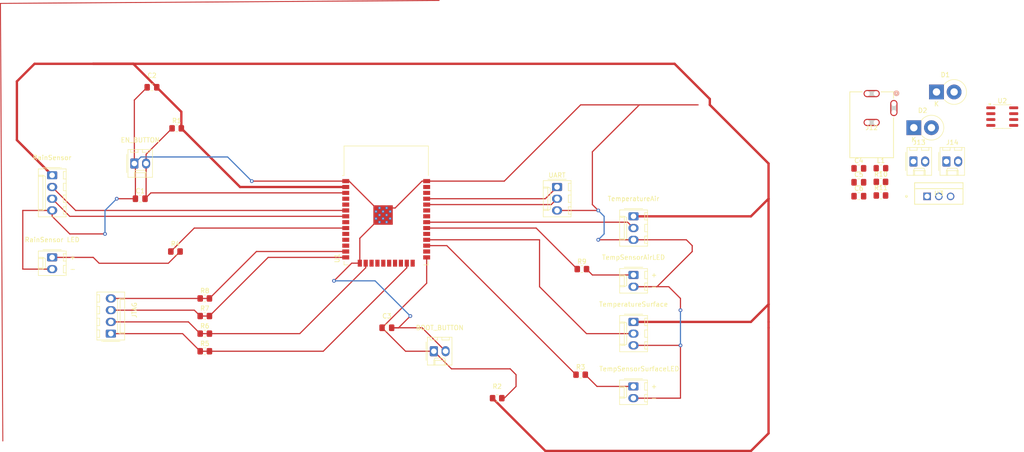
<source format=kicad_pcb>
(kicad_pcb (version 20240108) (generator "pcbnew") (generator_version "8.0")
  (layers (0 "F.Cu" signal) (31 "B.Cu" signal) (34 "B.Paste" user) (35 "F.Paste" user) (36 "B.SilkS" user "B.Silkscreen") (37 "F.SilkS" user "F.Silkscreen") (38 "B.Mask" user) (39 "F.Mask" user) (44 "Edge.Cuts" user))
  (net 0 "")
  (net 1 "GND")
  (net 2 "/EN")
  (net 3 "+3.3V")
  (net 4 "/BOOT")
  (net 5 "/TX")
  (net 6 "/RX")
  (net 7 "/MTDO")
  (net 8 "/MTCK")
  (net 9 "/MTDI")
  (net 10 "/MTMS")
  (net 11 "Net-(J6-Pin_1)")
  (net 12 "Net-(J7-Pin_1)")
  (net 15 "+24V")
  (net 28 "Net-(J10-Pin_1)")
  (net 29 "/DigitalRain")
  (net 30 "/GPIOTempSurface")
  (net 31 "/GPIOTempAir")
  (net 32 "/GPIOTempSurfaceLED")
  (net 33 "/GPIORainLED")
  (net 34 "/GPIOTempAirLED")
  (net 35 "/AnalogRain")
  (net 40 "Net-(D1-K)")
  (net 41 "Net-(D2-A)")
  (net 43 "/MOSFETCONTROL")
  (net 44 "Net-(U3-G)")
  (footprint "Capacitor_SMD:C_0805_2012Metric_Pad1.18x1.45mm_HandSolder" (layer "F.Cu") (at 249.3952 79.4574)
    (property "Reference" "C6" (at 0 -1.68 0) (layer "F.SilkS"))
    (property "Value" "1uf")
    (pad "1" smd roundrect (at -1.0375 0) (size 1.175 1.45) (layers "F.Cu" "F.Paste" "F.Mask") (roundrect_rratio 0.212766) (net 15 "+24V"))
    (pad "2" smd roundrect (at 1.0375 0) (size 1.175 1.45) (layers "F.Cu" "F.Paste" "F.Mask") (roundrect_rratio 0.212766) (net 1 "GND"))
  )
  (footprint "Connector_Molex:Molex_KK-254_AE-6410-02A_1x02_P2.54mm_Vertical" (layer "F.Cu") (at 200.66 96.52 -90)
    (property "Reference" "J10" (hide yes))
    (property "Value" "TempSensorAirLED" (at -3.81 0 0) (layer "F.SilkS"))
    (fp_text user "+" (at 0 -4.445 0) (layer "F.SilkS"))
    (fp_text user "-" (at 2.54 -4.445 0) (layer "F.SilkS"))
    (pad "1" thru_hole roundrect (at 0 0 270) (size 1.74 2.19) (drill 1.19) (layers "*.Cu" "*.Mask") (roundrect_rratio 0.143678) (net 28 "Net-(J10-Pin_1)"))
    (pad "2" thru_hole oval (at 2.54 0 270) (size 1.74 2.19) (drill 1.19) (layers "*.Cu" "*.Mask") (net 1 "GND"))
  )
  (footprint "Resistor_SMD:R_0805_2012Metric_Pad1.20x1.40mm_HandSolder" (layer "F.Cu") (at 107.95 105.41)
    (property "Reference" "R7" (at 0 -1.65 0) (layer "F.SilkS"))
    (property "Value" "100")
    (pad "1" smd roundrect (at -1 0) (size 1.2 1.4) (layers "F.Cu" "F.Paste" "F.Mask") (roundrect_rratio 0.208333) (net 9 "/MTDI"))
    (pad "2" smd roundrect (at 1 0) (size 1.2 1.4) (layers "F.Cu" "F.Paste" "F.Mask") (roundrect_rratio 0.208333) (net 9 "/MTDI"))
  )
  (footprint "Resistor_SMD:R_0805_2012Metric_Pad1.20x1.40mm_HandSolder" (layer "F.Cu") (at 101.6 91.44)
    (property "Reference" "R4" (at 0 -1.65 0) (layer "F.SilkS"))
    (property "Value" "220")
    (pad "1" smd roundrect (at -1 0) (size 1.2 1.4) (layers "F.Cu" "F.Paste" "F.Mask") (roundrect_rratio 0.208333) (net 33 "/GPIORainLED"))
    (pad "2" smd roundrect (at 1 0) (size 1.2 1.4) (layers "F.Cu" "F.Paste" "F.Mask") (roundrect_rratio 0.208333) (net 12 "Net-(J7-Pin_1)"))
  )
  (footprint "Connector_Molex:Molex_KK-254_AE-6410-02A_1x02_P2.54mm_Vertical" (layer "F.Cu") (at 200.64 120.65 -90)
    (property "Reference" "J6" (hide yes))
    (property "Value" "TempSensorSurfaceLED" (at -3.81 -1.27 0) (layer "F.SilkS"))
    (fp_text user "+" (at 0 -4.465 0) (layer "F.SilkS"))
    (fp_text user "-" (at 2.54 -4.465 0) (layer "F.SilkS"))
    (pad "1" thru_hole roundrect (at 0 0 270) (size 1.74 2.19) (drill 1.19) (layers "*.Cu" "*.Mask") (roundrect_rratio 0.143678) (net 11 "Net-(J6-Pin_1)"))
    (pad "2" thru_hole oval (at 2.54 0 270) (size 1.74 2.19) (drill 1.19) (layers "*.Cu" "*.Mask") (net 1 "GND"))
  )
  (footprint "Capacitor_SMD:C_0805_2012Metric_Pad1.18x1.45mm_HandSolder" (layer "F.Cu") (at 249.3952 73.4374)
    (property "Reference" "C4" (at 0 -1.68 0) (layer "F.SilkS"))
    (property "Value" "470uf")
    (pad "1" smd roundrect (at -1.0375 0) (size 1.175 1.45) (layers "F.Cu" "F.Paste" "F.Mask") (roundrect_rratio 0.212766) (net 15 "+24V"))
    (pad "2" smd roundrect (at 1.0375 0) (size 1.175 1.45) (layers "F.Cu" "F.Paste" "F.Mask") (roundrect_rratio 0.212766) (net 1 "GND"))
  )
  (footprint "Connector_Molex:Molex_KK-254_AE-6410-03A_1x03_P2.54mm_Vertical" (layer "F.Cu") (at 184.13 77.47 -90)
    (property "Reference" "J1" (hide yes))
    (property "Value" "UART" (at -2.54 0 180) (layer "F.SilkS"))
    (pad "1" thru_hole roundrect (at 0 0 270) (size 1.74 2.19) (drill 1.19) (layers "*.Cu" "*.Mask") (roundrect_rratio 0.143678) (net 5 "/TX"))
    (pad "2" thru_hole oval (at 2.54 0 270) (size 1.74 2.19) (drill 1.19) (layers "*.Cu" "*.Mask") (net 6 "/RX"))
    (pad "3" thru_hole oval (at 5.08 0 270) (size 1.74 2.19) (drill 1.19) (layers "*.Cu" "*.Mask") (net 1 "GND"))
  )
  (footprint "Resistor_SMD:R_0805_2012Metric_Pad1.20x1.40mm_HandSolder" (layer "F.Cu") (at 254.1752 76.3574)
    (property "Reference" "R10" (at 0 -1.65 0) (layer "F.SilkS"))
    (property "Value" "10")
    (pad "1" smd roundrect (at -1 0) (size 1.2 1.4) (layers "F.Cu" "F.Paste" "F.Mask") (roundrect_rratio 0.208333) (net 43 "/MOSFETCONTROL"))
    (pad "2" smd roundrect (at 1 0) (size 1.2 1.4) (layers "F.Cu" "F.Paste" "F.Mask") (roundrect_rratio 0.208333) (net 44 "Net-(U3-G)"))
  )
  (footprint "Connector_Molex:Molex_KK-254_AE-6410-02A_1x02_P2.54mm_Vertical" (layer "F.Cu") (at 268.3352 71.9474)
    (property "Reference" "J14" (at 1.27 -4.12 0) (layer "F.SilkS"))
    (property "Value" "Heater2")
    (pad "1" thru_hole roundrect (at 0 0) (size 1.74 2.19) (drill 1.19) (layers "*.Cu" "*.Mask") (roundrect_rratio 0.143678) (net 15 "+24V"))
    (pad "2" thru_hole oval (at 2.54 0) (size 1.74 2.19) (drill 1.19) (layers "*.Cu" "*.Mask") (net 41 "Net-(D2-A)"))
  )
  (footprint "Connector_Molex:Molex_KK-254_AE-6410-02A_1x02_P2.54mm_Vertical" (layer "F.Cu") (at 92.71 72.39)
    (property "Reference" "J8" (hide yes))
    (property "Value" "EN_BUTTON" (at 1.27 -5.08 0) (layer "F.SilkS"))
    (pad "1" thru_hole roundrect (at 0 0) (size 1.74 2.19) (drill 1.19) (layers "*.Cu" "*.Mask") (roundrect_rratio 0.143678) (net 1 "GND"))
    (pad "2" thru_hole oval (at 2.54 0) (size 1.74 2.19) (drill 1.19) (layers "*.Cu" "*.Mask") (net 2 "/EN"))
  )
  (footprint "Connector_Molex:Molex_KK-254_AE-6410-04A_1x04_P2.54mm_Vertical" (layer "F.Cu") (at 87.63 109.22 90)
    (property "Reference" "J5" (hide yes))
    (property "Value" "JTAG" (at 5.08 5.08 90) (layer "F.SilkS"))
    (pad "1" thru_hole roundrect (at 0 0 90) (size 1.74 2.19) (drill 1.19) (layers "*.Cu" "*.Mask") (roundrect_rratio 0.143678) (net 7 "/MTDO"))
    (pad "2" thru_hole oval (at 2.54 0 90) (size 1.74 2.19) (drill 1.19) (layers "*.Cu" "*.Mask") (net 8 "/MTCK"))
    (pad "3" thru_hole oval (at 5.08 0 90) (size 1.74 2.19) (drill 1.19) (layers "*.Cu" "*.Mask") (net 9 "/MTDI"))
    (pad "4" thru_hole oval (at 7.62 0 90) (size 1.74 2.19) (drill 1.19) (layers "*.Cu" "*.Mask") (net 10 "/MTMS"))
  )
  (footprint "Resistor_SMD:R_0805_2012Metric_Pad1.20x1.40mm_HandSolder" (layer "F.Cu") (at 254.1752 79.3074)
    (property "Reference" "R11" (at 0 -1.65 0) (layer "F.SilkS"))
    (property "Value" "10k")
    (pad "1" smd roundrect (at -1 0) (size 1.2 1.4) (layers "F.Cu" "F.Paste" "F.Mask") (roundrect_rratio 0.208333) (net 44 "Net-(U3-G)"))
    (pad "2" smd roundrect (at 1 0) (size 1.2 1.4) (layers "F.Cu" "F.Paste" "F.Mask") (roundrect_rratio 0.208333) (net 1 "GND"))
  )
  (footprint "Capacitor_SMD:C_0805_2012Metric_Pad1.18x1.45mm_HandSolder" (layer "F.Cu") (at 96.52 55.88 180)
    (property "Reference" "C2" (at 0 2.54 0) (layer "F.SilkS"))
    (property "Value" "1uF")
    (pad "1" smd roundrect (at -1.0375 0 180) (size 1.175 1.45) (layers "F.Cu" "F.Paste" "F.Mask") (roundrect_rratio 0.212766) (net 3 "+3.3V"))
    (pad "2" smd roundrect (at 1.0375 0 180) (size 1.175 1.45) (layers "F.Cu" "F.Paste" "F.Mask") (roundrect_rratio 0.212766) (net 1 "GND"))
  )
  (footprint "Connector_Molex:Molex_KK-254_AE-6410-03A_1x03_P2.54mm_Vertical" (layer "F.Cu") (at 200.66 83.82 -90)
    (property "Reference" "J4" (hide yes))
    (property "Value" "TemperatureAir" (at -3.81 0 180) (layer "F.SilkS"))
    (pad "1" thru_hole roundrect (at 0 0 270) (size 1.74 2.19) (drill 1.19) (layers "*.Cu" "*.Mask") (roundrect_rratio 0.143678) (net 3 "+3.3V"))
    (pad "2" thru_hole oval (at 2.54 0 270) (size 1.74 2.19) (drill 1.19) (layers "*.Cu" "*.Mask") (net 31 "/GPIOTempAir"))
    (pad "3" thru_hole oval (at 5.08 0 270) (size 1.74 2.19) (drill 1.19) (layers "*.Cu" "*.Mask") (net 1 "GND"))
  )
  (footprint "Resistor_SMD:R_0805_2012Metric_Pad1.20x1.40mm_HandSolder" (layer "F.Cu") (at 107.95 109.22)
    (property "Reference" "R6" (at 0 -1.65 0) (layer "F.SilkS"))
    (property "Value" "100")
    (pad "1" smd roundrect (at -1 0) (size 1.2 1.4) (layers "F.Cu" "F.Paste" "F.Mask") (roundrect_rratio 0.208333) (net 8 "/MTCK"))
    (pad "2" smd roundrect (at 1 0) (size 1.2 1.4) (layers "F.Cu" "F.Paste" "F.Mask") (roundrect_rratio 0.208333) (net 8 "/MTCK"))
  )
  (footprint "Package_SO:SOIC-8_3.9x4.9mm_P1.27mm" (layer "F.Cu") (at 280.416 62.23)
    (property "Reference" "U2" (at 0 -3.4 0) (layer "F.SilkS"))
    (property "Value" "XL1509-3.3")
    (pad "1" smd roundrect (at -2.475 -1.905) (size 1.95 0.6) (layers "F.Cu" "F.Paste" "F.Mask") (net 15 "+24V"))
    (pad "2" smd roundrect (at -2.475 -0.635) (size 1.95 0.6) (layers "F.Cu" "F.Paste" "F.Mask") (net 40 "Net-(D1-K)"))
    (pad "3" smd roundrect (at -2.475 0.635) (size 1.95 0.6) (layers "F.Cu" "F.Paste" "F.Mask") (net 3 "+3.3V"))
    (pad "4" smd roundrect (at -2.475 1.905) (size 1.95 0.6) (layers "F.Cu" "F.Paste" "F.Mask") (net 1 "GND"))
    (pad "5" smd roundrect (at 2.475 1.905) (size 1.95 0.6) (layers "F.Cu" "F.Paste" "F.Mask") (net 1 "GND"))
    (pad "6" smd roundrect (at 2.475 0.635) (size 1.95 0.6) (layers "F.Cu" "F.Paste" "F.Mask") (net 1 "GND"))
    (pad "7" smd roundrect (at 2.475 -0.635) (size 1.95 0.6) (layers "F.Cu" "F.Paste" "F.Mask") (net 1 "GND"))
    (pad "8" smd roundrect (at 2.475 -1.905) (size 1.95 0.6) (layers "F.Cu" "F.Paste" "F.Mask") (net 1 "GND"))
  )
  (footprint "Capacitor_SMD:C_0805_2012Metric_Pad1.18x1.45mm_HandSolder" (layer "F.Cu") (at 147.32 107.95)
    (property "Reference" "C3" (at 0 -2.54 0) (layer "F.SilkS"))
    (property "Value" "1uF")
    (pad "1" smd roundrect (at -1.0375 0) (size 1.175 1.45) (layers "F.Cu" "F.Paste" "F.Mask") (roundrect_rratio 0.212766) (net 4 "/BOOT"))
    (pad "2" smd roundrect (at 1.0375 0) (size 1.175 1.45) (layers "F.Cu" "F.Paste" "F.Mask") (roundrect_rratio 0.212766) (net 1 "GND"))
  )
  (footprint "Connector_Molex:Molex_KK-254_AE-6410-02A_1x02_P2.54mm_Vertical" (layer "F.Cu") (at 74.93 92.71 -90)
    (property "Reference" "J7" (hide yes))
    (property "Value" "RainSensor LED" (at -3.81 0 0) (layer "F.SilkS"))
    (fp_text user "+" (at 0 -4.445 0) (layer "F.SilkS"))
    (fp_text user "-" (at 2.54 -4.445 0) (layer "F.SilkS"))
    (pad "1" thru_hole roundrect (at 0 0 270) (size 1.74 2.19) (drill 1.19) (layers "*.Cu" "*.Mask") (roundrect_rratio 0.143678) (net 12 "Net-(J7-Pin_1)"))
    (pad "2" thru_hole oval (at 2.54 0 270) (size 1.74 2.19) (drill 1.19) (layers "*.Cu" "*.Mask") (net 1 "GND"))
  )
  (footprint "Resistor_SMD:R_0805_2012Metric_Pad1.20x1.40mm_HandSolder" (layer "F.Cu") (at 189.23 118.11)
    (property "Reference" "R3" (at 0 -1.65 0) (layer "F.SilkS"))
    (property "Value" "220")
    (pad "1" smd roundrect (at -1 0) (size 1.2 1.4) (layers "F.Cu" "F.Paste" "F.Mask") (roundrect_rratio 0.208333) (net 32 "/GPIOTempSurfaceLED"))
    (pad "2" smd roundrect (at 1 0) (size 1.2 1.4) (layers "F.Cu" "F.Paste" "F.Mask") (roundrect_rratio 0.208333) (net 11 "Net-(J6-Pin_1)"))
  )
  (footprint "RF_Module:ESP32-WROOM-32" (layer "F.Cu") (at 147.18 84.45)
    (property "Reference" "U1" (at -10.61 8.43 90) (layer "F.SilkS"))
    (property "Value" "ESP32-WROOM-32")
    (pad "1" smd rect (at -8.75 -8.25) (size 1.5 0.9) (layers "F.Cu" "F.Paste" "F.Mask") (net 1 "GND"))
    (pad "2" smd rect (at -8.75 -6.98) (size 1.5 0.9) (layers "F.Cu" "F.Paste" "F.Mask") (net 3 "+3.3V"))
    (pad "3" smd rect (at -8.75 -5.71) (size 1.5 0.9) (layers "F.Cu" "F.Paste" "F.Mask") (net 2 "/EN"))
    (pad "4" smd rect (at -8.75 -4.44) (size 1.5 0.9) (layers "F.Cu" "F.Paste" "F.Mask"))
    (pad "5" smd rect (at -8.75 -3.17) (size 1.5 0.9) (layers "F.Cu" "F.Paste" "F.Mask"))
    (pad "6" smd rect (at -8.75 -1.9) (size 1.5 0.9) (layers "F.Cu" "F.Paste" "F.Mask") (net 29 "/DigitalRain"))
    (pad "7" smd rect (at -8.75 -0.63) (size 1.5 0.9) (layers "F.Cu" "F.Paste" "F.Mask") (net 35 "/AnalogRain"))
    (pad "8" smd rect (at -8.75 0.64) (size 1.5 0.9) (layers "F.Cu" "F.Paste" "F.Mask"))
    (pad "9" smd rect (at -8.75 1.91) (size 1.5 0.9) (layers "F.Cu" "F.Paste" "F.Mask") (net 33 "/GPIORainLED"))
    (pad "10" smd rect (at -8.75 3.18) (size 1.5 0.9) (layers "F.Cu" "F.Paste" "F.Mask"))
    (pad "11" smd rect (at -8.75 4.45) (size 1.5 0.9) (layers "F.Cu" "F.Paste" "F.Mask") (net 43 "/MOSFETCONTROL"))
    (pad "12" smd rect (at -8.75 5.72) (size 1.5 0.9) (layers "F.Cu" "F.Paste" "F.Mask"))
    (pad "13" smd rect (at -8.75 6.99) (size 1.5 0.9) (layers "F.Cu" "F.Paste" "F.Mask") (net 10 "/MTMS"))
    (pad "14" smd rect (at -8.75 8.26) (size 1.5 0.9) (layers "F.Cu" "F.Paste" "F.Mask") (net 9 "/MTDI"))
    (pad "15" smd rect (at -5.71 9.51 90) (size 1.5 0.9) (layers "F.Cu" "F.Paste" "F.Mask") (net 1 "GND"))
    (pad "16" smd rect (at -4.44 9.51 90) (size 1.5 0.9) (layers "F.Cu" "F.Paste" "F.Mask") (net 8 "/MTCK"))
    (pad "17" smd rect (at -3.17 9.51 90) (size 1.5 0.9) (layers "F.Cu" "F.Paste" "F.Mask"))
    (pad "18" smd rect (at -1.9 9.51 90) (size 1.5 0.9) (layers "F.Cu" "F.Paste" "F.Mask"))
    (pad "19" smd rect (at -0.63 9.51 90) (size 1.5 0.9) (layers "F.Cu" "F.Paste" "F.Mask"))
    (pad "20" smd rect (at 0.64 9.51 90) (size 1.5 0.9) (layers "F.Cu" "F.Paste" "F.Mask"))
    (pad "21" smd rect (at 1.91 9.51 90) (size 1.5 0.9) (layers "F.Cu" "F.Paste" "F.Mask"))
    (pad "22" smd rect (at 3.18 9.51 90) (size 1.5 0.9) (layers "F.Cu" "F.Paste" "F.Mask"))
    (pad "23" smd rect (at 4.45 9.51 90) (size 1.5 0.9) (layers "F.Cu" "F.Paste" "F.Mask") (net 7 "/MTDO"))
    (pad "24" smd rect (at 5.72 9.51 90) (size 1.5 0.9) (layers "F.Cu" "F.Paste" "F.Mask"))
    (pad "25" smd rect (at 8.75 8.26) (size 1.5 0.9) (layers "F.Cu" "F.Paste" "F.Mask") (net 4 "/BOOT"))
    (pad "26" smd rect (at 8.75 6.99) (size 1.5 0.9) (layers "F.Cu" "F.Paste" "F.Mask"))
    (pad "27" smd rect (at 8.75 5.72) (size 1.5 0.9) (layers "F.Cu" "F.Paste" "F.Mask") (net 32 "/GPIOTempSurfaceLED"))
    (pad "28" smd rect (at 8.75 4.45) (size 1.5 0.9) (layers "F.Cu" "F.Paste" "F.Mask") (net 30 "/GPIOTempSurface"))
    (pad "29" smd rect (at 8.75 3.18) (size 1.5 0.9) (layers "F.Cu" "F.Paste" "F.Mask"))
    (pad "30" smd rect (at 8.75 1.91) (size 1.5 0.9) (layers "F.Cu" "F.Paste" "F.Mask") (net 34 "/GPIOTempAirLED"))
    (pad "31" smd rect (at 8.75 0.64) (size 1.5 0.9) (layers "F.Cu" "F.Paste" "F.Mask") (net 31 "/GPIOTempAir"))
    (pad "32" smd rect (at 8.75 -0.63) (size 1.5 0.9) (layers "F.Cu" "F.Paste" "F.Mask"))
    (pad "33" smd rect (at 8.75 -1.9) (size 1.5 0.9) (layers "F.Cu" "F.Paste" "F.Mask"))
    (pad "34" smd rect (at 8.75 -3.17) (size 1.5 0.9) (layers "F.Cu" "F.Paste" "F.Mask") (net 6 "/RX"))
    (pad "35" smd rect (at 8.75 -4.44) (size 1.5 0.9) (layers "F.Cu" "F.Paste" "F.Mask") (net 5 "/TX"))
    (pad "36" smd rect (at 8.75 -5.71) (size 1.5 0.9) (layers "F.Cu" "F.Paste" "F.Mask"))
    (pad "37" smd rect (at 8.75 -6.98) (size 1.5 0.9) (layers "F.Cu" "F.Paste" "F.Mask"))
    (pad "38" smd rect (at 8.75 -8.25) (size 1.5 0.9) (layers "F.Cu" "F.Paste" "F.Mask") (net 1 "GND"))
    (pad "39" smd rect (at -2.205 -2.435) (size 1.05 1.05) (layers "F.Cu" "F.Paste") (net 1 "GND"))
    (pad "39" thru_hole circle (at -2.205 -1.6725) (size 0.6 0.6) (drill 0.2) (property pad_prop_heatsink) (layers "*.Cu" "F.Mask") (net 1 "GND"))
    (pad "39" smd rect (at -2.205 -0.91) (size 1.05 1.05) (layers "F.Cu" "F.Paste") (net 1 "GND"))
    (pad "39" thru_hole circle (at -2.205 -0.1475) (size 0.6 0.6) (drill 0.2) (property pad_prop_heatsink) (layers "*.Cu" "F.Mask") (net 1 "GND"))
    (pad "39" smd rect (at -2.205 0.615) (size 1.05 1.05) (layers "F.Cu" "F.Paste") (net 1 "GND"))
    (pad "39" thru_hole circle (at -1.4425 -2.435) (size 0.6 0.6) (drill 0.2) (property pad_prop_heatsink) (layers "*.Cu" "F.Mask") (net 1 "GND"))
    (pad "39" thru_hole circle (at -1.4425 -0.91) (size 0.6 0.6) (drill 0.2) (property pad_prop_heatsink) (layers "*.Cu" "F.Mask") (net 1 "GND"))
    (pad "39" thru_hole circle (at -1.4425 0.615) (size 0.6 0.6) (drill 0.2) (property pad_prop_heatsink) (layers "*.Cu" "F.Mask") (net 1 "GND"))
    (pad "39" smd rect (at -0.68 -2.435) (size 1.05 1.05) (layers "F.Cu" "F.Paste") (net 1 "GND"))
    (pad "39" thru_hole circle (at -0.68 -1.6725) (size 0.6 0.6) (drill 0.2) (property pad_prop_heatsink) (layers "*.Cu" "F.Mask") (net 1 "GND"))
    (pad "39" smd rect (at -0.68 -0.91) (size 1.05 1.05) (layers "F.Cu" "F.Paste") (net 1 "GND"))
    (pad "39" smd rect (at -0.68 -0.91) (size 4.2 4.2) (layers "F.Cu" "F.Mask") (net 1 "GND"))
    (pad "39" thru_hole circle (at -0.68 -0.1475) (size 0.6 0.6) (drill 0.2) (property pad_prop_heatsink) (layers "*.Cu" "F.Mask") (net 1 "GND"))
    (pad "39" smd rect (at -0.68 0.615) (size 1.05 1.05) (layers "F.Cu" "F.Paste") (net 1 "GND"))
    (pad "39" thru_hole circle (at 0.0825 -2.435) (size 0.6 0.6) (drill 0.2) (property pad_prop_heatsink) (layers "*.Cu" "F.Mask") (net 1 "GND"))
    (pad "39" thru_hole circle (at 0.0825 -0.91) (size 0.6 0.6) (drill 0.2) (property pad_prop_heatsink) (layers "*.Cu" "F.Mask") (net 1 "GND"))
    (pad "39" thru_hole circle (at 0.0825 0.615) (size 0.6 0.6) (drill 0.2) (property pad_prop_heatsink) (layers "*.Cu" "F.Mask") (net 1 "GND"))
    (pad "39" smd rect (at 0.845 -2.435) (size 1.05 1.05) (layers "F.Cu" "F.Paste") (net 1 "GND"))
    (pad "39" thru_hole circle (at 0.845 -1.6725) (size 0.6 0.6) (drill 0.2) (property pad_prop_heatsink) (layers "*.Cu" "F.Mask") (net 1 "GND"))
    (pad "39" smd rect (at 0.845 -0.91) (size 1.05 1.05) (layers "F.Cu" "F.Paste") (net 1 "GND"))
    (pad "39" thru_hole circle (at 0.845 -0.1475) (size 0.6 0.6) (drill 0.2) (property pad_prop_heatsink) (layers "*.Cu" "F.Mask") (net 1 "GND"))
    (pad "39" smd rect (at 0.845 0.615) (size 1.05 1.05) (layers "F.Cu" "F.Paste") (net 1 "GND"))
  )
  (footprint "Resistor_SMD:R_0805_2012Metric_Pad1.20x1.40mm_HandSolder" (layer "F.Cu") (at 189.5 95.25)
    (property "Reference" "R9" (at 0 -1.65 0) (layer "F.SilkS"))
    (property "Value" "220")
    (pad "1" smd roundrect (at -1 0) (size 1.2 1.4) (layers "F.Cu" "F.Paste" "F.Mask") (roundrect_rratio 0.208333) (net 34 "/GPIOTempAirLED"))
    (pad "2" smd roundrect (at 1 0) (size 1.2 1.4) (layers "F.Cu" "F.Paste" "F.Mask") (roundrect_rratio 0.208333) (net 28 "Net-(J10-Pin_1)"))
  )
  (footprint "footprints_barrel:CONN3_54-00166_TEN" (layer "F.Cu") (at 252.1712 57.25)
    (property "Reference" "J12" (at 0 7.36999 0) (layer "F.SilkS"))
    (property "Value" "54-00166")
    (fp_line (start -0.9652 0) (end 0.9652 0) (stroke (width 1.0668)) (layer "Edge.Cuts"))
    (fp_line (start -0.9652 6.25) (end 0.9652 6.25) (stroke (width 1.0668)) (layer "Edge.Cuts"))
    (fp_line (start 4.800001 4.090202) (end 4.800001 2.159802) (stroke (width 1.0668)) (layer "Edge.Cuts"))
    (pad "" np_thru_hole circle (at -0.9652 0) (size 1.0668 1.0668) (drill 1.0668) (layers "*.Cu" "*.Mask"))
    (pad "" np_thru_hole circle (at -0.9652 6.25) (size 1.0668 1.0668) (drill 1.0668) (layers "*.Cu" "*.Mask"))
    (pad "" np_thru_hole circle (at 0.9652 0) (size 1.0668 1.0668) (drill 1.0668) (layers "*.Cu" "*.Mask"))
    (pad "" np_thru_hole circle (at 0.9652 6.25) (size 1.0668 1.0668) (drill 1.0668) (layers "*.Cu" "*.Mask"))
    (pad "" np_thru_hole circle (at 4.800001 2.159802) (size 1.0668 1.0668) (drill 1.0668) (layers "*.Cu" "*.Mask"))
    (pad "" np_thru_hole circle (at 4.800001 4.090202) (size 1.0668 1.0668) (drill 1.0668) (layers "*.Cu" "*.Mask"))
    (pad "1" smd oval (at 0 0) (size 3.5052 1.5748) (layers "F.Cu" "F.Paste" "F.Mask") (net 15 "+24V"))
    (pad "2" smd oval (at 0 6.25) (size 3.5052 1.5748) (layers "F.Cu" "F.Paste" "F.Mask"))
    (pad "3" smd oval (at 4.800001 3.125002) (size 1.5748 3.5052) (layers "F.Cu" "F.Paste" "F.Mask") (net 1 "GND"))
  )
  (footprint "Capacitor_SMD:C_0805_2012Metric_Pad1.18x1.45mm_HandSolder" (layer "F.Cu") (at 249.3952 76.4474)
    (property "Reference" "C5" (at 0 -1.68 0) (layer "F.SilkS"))
    (property "Value" "330uf")
    (pad "1" smd roundrect (at -1.0375 0) (size 1.175 1.45) (layers "F.Cu" "F.Paste" "F.Mask") (roundrect_rratio 0.212766) (net 3 "+3.3V"))
    (pad "2" smd roundrect (at 1.0375 0) (size 1.175 1.45) (layers "F.Cu" "F.Paste" "F.Mask") (roundrect_rratio 0.212766) (net 1 "GND"))
  )
  (footprint "Inductor_SMD:L_0805_2012Metric_Pad1.15x1.40mm_HandSolder" (layer "F.Cu") (at 254.1752 73.4074)
    (property "Reference" "L1" (at 0 -1.65 0) (layer "F.SilkS"))
    (property "Value" "47uh")
    (pad "1" smd roundrect (at -1.025 0) (size 1.15 1.4) (layers "F.Cu" "F.Paste" "F.Mask") (roundrect_rratio 0.217391) (net 40 "Net-(D1-K)"))
    (pad "2" smd roundrect (at 1.025 0) (size 1.15 1.4) (layers "F.Cu" "F.Paste" "F.Mask") (roundrect_rratio 0.217391) (net 3 "+3.3V"))
  )
  (footprint "Resistor_SMD:R_0805_2012Metric_Pad1.20x1.40mm_HandSolder" (layer "F.Cu") (at 107.95 101.6)
    (property "Reference" "R8" (at 0 -1.65 0) (layer "F.SilkS"))
    (property "Value" "100")
    (pad "1" smd roundrect (at -1 0) (size 1.2 1.4) (layers "F.Cu" "F.Paste" "F.Mask") (roundrect_rratio 0.208333) (net 10 "/MTMS"))
    (pad "2" smd roundrect (at 1 0) (size 1.2 1.4) (layers "F.Cu" "F.Paste" "F.Mask") (roundrect_rratio 0.208333) (net 10 "/MTMS"))
  )
  (footprint "Resistor_SMD:R_0805_2012Metric_Pad1.20x1.40mm_HandSolder" (layer "F.Cu") (at 107.95 113.03)
    (property "Reference" "R5" (at 0 -1.65 0) (layer "F.SilkS"))
    (property "Value" "100")
    (pad "1" smd roundrect (at -1 0) (size 1.2 1.4) (layers "F.Cu" "F.Paste" "F.Mask") (roundrect_rratio 0.208333) (net 7 "/MTDO"))
    (pad "2" smd roundrect (at 1 0) (size 1.2 1.4) (layers "F.Cu" "F.Paste" "F.Mask") (roundrect_rratio 0.208333) (net 7 "/MTDO"))
  )
  (footprint "Connector_Molex:Molex_KK-254_AE-6410-02A_1x02_P2.54mm_Vertical" (layer "F.Cu") (at 157.48 113.03)
    (property "Reference" "J9" (hide yes))
    (property "Value" "BOOT_BUTTON" (at 1.27 -5.08 0) (layer "F.SilkS"))
    (pad "1" thru_hole roundrect (at 0 0) (size 1.74 2.19) (drill 1.19) (layers "*.Cu" "*.Mask") (roundrect_rratio 0.143678) (net 4 "/BOOT"))
    (pad "2" thru_hole oval (at 2.54 0) (size 1.74 2.19) (drill 1.19) (layers "*.Cu" "*.Mask") (net 1 "GND"))
  )
  (footprint "Resistor_SMD:R_0805_2012Metric_Pad1.20x1.40mm_HandSolder" (layer "F.Cu") (at 101.87 64.77)
    (property "Reference" "R1" (at 0 -1.65 0) (layer "F.SilkS"))
    (property "Value" "10k" (hide yes))
    (pad "1" smd roundrect (at -1 0) (size 1.2 1.4) (layers "F.Cu" "F.Paste" "F.Mask") (roundrect_rratio 0.208333) (net 2 "/EN"))
    (pad "2" smd roundrect (at 1 0) (size 1.2 1.4) (layers "F.Cu" "F.Paste" "F.Mask") (roundrect_rratio 0.208333) (net 3 "+3.3V"))
  )
  (footprint "Resistor_SMD:R_0805_2012Metric_Pad1.20x1.40mm_HandSolder" (layer "F.Cu") (at 171.18 123.19 180)
    (property "Reference" "R2" (at 0 2.54 0) (layer "F.SilkS"))
    (property "Value" "10k")
    (pad "1" smd roundrect (at -1 0 180) (size 1.2 1.4) (layers "F.Cu" "F.Paste" "F.Mask") (roundrect_rratio 0.208333) (net 4 "/BOOT"))
    (pad "2" smd roundrect (at 1 0 180) (size 1.2 1.4) (layers "F.Cu" "F.Paste" "F.Mask") (roundrect_rratio 0.208333) (net 3 "+3.3V"))
  )
  (footprint "Connector_Molex:Molex_KK-254_AE-6410-03A_1x03_P2.54mm_Vertical" (layer "F.Cu") (at 200.66 106.68 -90)
    (property "Reference" "J3" (hide yes))
    (property "Value" "TemperatureSurface" (at -3.81 0 180) (layer "F.SilkS"))
    (pad "1" thru_hole roundrect (at 0 0 270) (size 1.74 2.19) (drill 1.19) (layers "*.Cu" "*.Mask") (roundrect_rratio 0.143678) (net 3 "+3.3V"))
    (pad "2" thru_hole oval (at 2.54 0 270) (size 1.74 2.19) (drill 1.19) (layers "*.Cu" "*.Mask") (net 30 "/GPIOTempSurface"))
    (pad "3" thru_hole oval (at 5.08 0 270) (size 1.74 2.19) (drill 1.19) (layers "*.Cu" "*.Mask") (net 1 "GND"))
  )
  (footprint "Connector_Molex:Molex_KK-254_AE-6410-04A_1x04_P2.54mm_Vertical" (layer "F.Cu") (at 74.93 74.93 -90)
    (property "Reference" "J2" (hide yes))
    (property "Value" "RainSensor" (at -3.81 0 180) (layer "F.SilkS"))
    (pad "1" thru_hole roundrect (at 0 0 270) (size 1.74 2.19) (drill 1.19) (layers "*.Cu" "*.Mask") (roundrect_rratio 0.143678) (net 3 "+3.3V"))
    (pad "2" thru_hole oval (at 2.54 0 270) (size 1.74 2.19) (drill 1.19) (layers "*.Cu" "*.Mask") (net 29 "/DigitalRain"))
    (pad "3" thru_hole oval (at 5.08 0 270) (size 1.74 2.19) (drill 1.19) (layers "*.Cu" "*.Mask") (net 35 "/AnalogRain"))
    (pad "4" thru_hole oval (at 7.62 0 270) (size 1.74 2.19) (drill 1.19) (layers "*.Cu" "*.Mask") (net 1 "GND"))
  )
  (footprint "footprints:PG-TO220-3_INF" (layer "F.Cu") (at 264.16 79.502)
    (property "Reference" "U3" (at 2.54 -0.6223 0) (layer "F.SilkS"))
    (property "Value" "IRLZ44NPBF")
    (pad "1" thru_hole rect (at 0 0) (size 1.6256 1.6256) (drill 1.1176) (layers "*.Cu" "*.Mask") (net 44 "Net-(U3-G)"))
    (pad "2" thru_hole circle (at 2.54 0) (size 1.6256 1.6256) (drill 1.1176) (layers "*.Cu" "*.Mask") (net 41 "Net-(D2-A)"))
    (pad "3" thru_hole circle (at 5.08 0) (size 1.6256 1.6256) (drill 1.1176) (layers "*.Cu" "*.Mask") (net 1 "GND"))
  )
  (footprint "Diode_THT:D_DO-201AD_P3.81mm_Vertical_KathodeUp" (layer "F.Cu") (at 261.2852 64.6274)
    (property "Reference" "D2" (at 1.905 -3.72 0) (layer "F.SilkS"))
    (property "Value" "1N5820")
    (fp_text user "K" (at 0 2.6 0) (layer "F.SilkS"))
    (pad "1" thru_hole rect (at 0 0) (size 3.2 3.2) (drill 1.6) (layers "*.Cu" "*.Mask") (net 15 "+24V"))
    (pad "2" thru_hole oval (at 3.81 0) (size 3.2 3.2) (drill 1.6) (layers "*.Cu" "*.Mask") (net 41 "Net-(D2-A)"))
  )
  (footprint "Capacitor_SMD:C_0805_2012Metric_Pad1.18x1.45mm_HandSolder" (layer "F.Cu") (at 93.98 80.01)
    (property "Reference" "C1" (at 0 -1.68 0) (layer "F.SilkS"))
    (property "Value" "1uF")
    (pad "1" smd roundrect (at -1.0375 0) (size 1.175 1.45) (layers "F.Cu" "F.Paste" "F.Mask") (roundrect_rratio 0.212766) (net 1 "GND"))
    (pad "2" smd roundrect (at 1.0375 0) (size 1.175 1.45) (layers "F.Cu" "F.Paste" "F.Mask") (roundrect_rratio 0.212766) (net 2 "/EN"))
  )
  (footprint "Connector_Molex:Molex_KK-254_AE-6410-02A_1x02_P2.54mm_Vertical" (layer "F.Cu") (at 261.2052 71.9474)
    (property "Reference" "J13" (at 1.27 -4.12 0) (layer "F.SilkS"))
    (property "Value" "Heater1")
    (pad "1" thru_hole roundrect (at 0 0) (size 1.74 2.19) (drill 1.19) (layers "*.Cu" "*.Mask") (roundrect_rratio 0.143678) (net 15 "+24V"))
    (pad "2" thru_hole oval (at 2.54 0) (size 1.74 2.19) (drill 1.19) (layers "*.Cu" "*.Mask") (net 41 "Net-(D2-A)"))
  )
  (footprint "Diode_THT:D_DO-201AD_P3.81mm_Vertical_KathodeUp" (layer "F.Cu") (at 266.192 56.896)
    (property "Reference" "D1" (at 1.905 -3.72 0) (layer "F.SilkS"))
    (property "Value" "1N5820")
    (fp_text user "K" (at 0 2.6 0) (layer "F.SilkS"))
    (pad "1" thru_hole rect (at 0 0) (size 3.2 3.2) (drill 1.6) (layers "*.Cu" "*.Mask") (net 40 "Net-(D1-K)"))
    (pad "2" thru_hole oval (at 3.81 0) (size 3.2 3.2) (drill 1.6) (layers "*.Cu" "*.Mask") (net 1 "GND"))
  )
  (gr_line (start 63.754 37.719) (end 64.262 132.461) (stroke (width 0.2)) (layer "F.Cu"))
  (gr_line (start 63.754 37.719) (end 158.623 37.084) (stroke (width 0.2)) (layer "F.Cu"))
  (segment (start 212.09 88.9) (end 213.36 90.17) (width 0.254) (layer "F.Cu") (net 1))
  (segment (start 205.74 99.06) (end 200.66 99.06) (width 0.254) (layer "F.Cu") (net 1))
  (segment (start 78.74 87.63) (end 86.36 87.63) (width 0.254) (layer "F.Cu") (net 1))
  (segment (start 74.93 83.82) (end 78.74 87.63) (width 0.254) (layer "F.Cu") (net 1))
  (segment (start 88.9 80.01) (end 92.9425 80.01) (width 0.254) (layer "F.Cu") (net 1))
  (segment (start 139.72 93.96) (end 141.47 93.96) (width 0.254) (layer "F.Cu") (net 1))
  (segment (start 210.82 111.76) (end 210.82 123.19) (width 0.254) (layer "F.Cu") (net 1))
  (segment (start 191.77 69.85) (end 191.77 81.28) (width 0.254) (layer "F.Cu") (net 1))
  (segment (start 154.94 107.95) (end 160.02 113.03) (width 0.254) (layer "F.Cu") (net 1))
  (segment (start 213.36 91.44) (end 205.74 99.06) (width 0.254) (layer "F.Cu") (net 1))
  (segment (start 139.16 76.2) (end 144.975 82.015) (width 0.254) (layer "F.Cu") (net 1))
  (segment (start 154.926 76.2) (end 149.111 82.015) (width 0.254) (layer "F.Cu") (net 1))
  (segment (start 117.8775 76.2) (end 118.11 76.2) (width 0.254) (layer "F.Cu") (net 1))
  (segment (start 74.93 82.55) (end 74.93 83.82) (width 0.254) (layer "F.Cu") (net 1))
  (segment (start 155.93 76.2) (end 154.926 76.2) (width 0.254) (layer "F.Cu") (net 1))
  (segment (start 210.82 111.76) (end 200.66 111.76) (width 0.254) (layer "F.Cu") (net 1))
  (segment (start 92.71 72.39) (end 92.71 58.6525) (width 0.254) (layer "F.Cu") (net 1))
  (segment (start 92.9425 80.01) (end 92.9425 72.6225) (width 0.254) (layer "F.Cu") (net 1))
  (segment (start 210.82 123.19) (end 200.66 123.19) (width 0.254) (layer "F.Cu") (net 1))
  (segment (start 148.3575 107.95) (end 154.94 107.95) (width 0.254) (layer "F.Cu") (net 1))
  (segment (start 184.13 82.55) (end 193.04 82.55) (width 0.254) (layer "F.Cu") (net 1))
  (segment (start 148.3575 107.95) (end 149.86 107.95) (width 0.254) (layer "F.Cu") (net 1))
  (segment (start 92.71 58.6525) (end 95.4825 55.88) (width 0.254) (layer "F.Cu") (net 1))
  (segment (start 214.63 59.69) (end 201.93 59.69) (width 0.254) (layer "F.Cu") (net 1))
  (segment (start 201.93 59.69) (end 189.23 59.69) (width 0.254) (layer "F.Cu") (net 1))
  (segment (start 68.58 82.55) (end 74.93 82.55) (width 0.254) (layer "F.Cu") (net 1))
  (segment (start 68.58 95.25) (end 68.58 82.55) (width 0.254) (layer "F.Cu") (net 1))
  (segment (start 141.47 88.57) (end 146.5 83.54) (width 0.254) (layer "F.Cu") (net 1))
  (segment (start 200.66 99.06) (end 208.28 99.06) (width 0.254) (layer "F.Cu") (net 1))
  (segment (start 200.66 88.9) (end 212.09 88.9) (width 0.254) (layer "F.Cu") (net 1))
  (segment (start 210.82 101.6) (end 210.82 104.14) (width 0.254) (layer "F.Cu") (net 1))
  (segment (start 193.04 88.9) (end 200.66 88.9) (width 0.254) (layer "F.Cu") (net 1))
  (segment (start 191.77 81.28) (end 193.04 82.55) (width 0.254) (layer "F.Cu") (net 1))
  (segment (start 208.28 99.06) (end 210.82 101.6) (width 0.254) (layer "F.Cu") (net 1))
  (segment (start 118.11 76.2) (end 138.43 76.2) (width 0.254) (layer "F.Cu") (net 1))
  (segment (start 92.9425 72.6225) (end 92.71 72.39) (width 0.254) (layer "F.Cu") (net 1))
  (segment (start 149.86 107.95) (end 152.4 105.41) (width 0.254) (layer "F.Cu") (net 1))
  (segment (start 213.36 90.17) (end 213.36 91.44) (width 0.254) (layer "F.Cu") (net 1))
  (segment (start 149.111 82.015) (end 148.025 82.015) (width 0.254) (layer "F.Cu") (net 1))
  (segment (start 172.72 76.2) (end 155.93 76.2) (width 0.254) (layer "F.Cu") (net 1))
  (segment (start 74.93 95.25) (end 68.58 95.25) (width 0.254) (layer "F.Cu") (net 1))
  (segment (start 141.47 93.96) (end 141.47 88.57) (width 0.254) (layer "F.Cu") (net 1))
  (segment (start 201.93 59.69) (end 191.77 69.85) (width 0.254) (layer "F.Cu") (net 1))
  (segment (start 138.43 76.2) (end 139.16 76.2) (width 0.254) (layer "F.Cu") (net 1))
  (segment (start 189.23 59.69) (end 172.72 76.2) (width 0.254) (layer "F.Cu") (net 1))
  (segment (start 135.89 97.79) (end 139.72 93.96) (width 0.254) (layer "F.Cu") (net 1))
  (via (at 210.82 104.14) (size 0.8) (drill 0.4) (layers "F.Cu" "B.Cu") (net 1))
  (via (at 118.11 76.2) (size 0.8) (drill 0.4) (layers "F.Cu" "B.Cu") (net 1))
  (via (at 193.04 88.9) (size 0.8) (drill 0.4) (layers "F.Cu" "B.Cu") (net 1))
  (via (at 135.89 97.79) (size 0.8) (drill 0.4) (layers "F.Cu" "B.Cu") (net 1))
  (via (at 152.4 105.41) (size 0.8) (drill 0.4) (layers "F.Cu" "B.Cu") (net 1))
  (via (at 86.36 87.63) (size 0.8) (drill 0.4) (layers "F.Cu" "B.Cu") (net 1))
  (via (at 210.82 111.76) (size 0.8) (drill 0.4) (layers "F.Cu" "B.Cu") (net 1))
  (via (at 193.04 82.55) (size 0.8) (drill 0.4) (layers "F.Cu" "B.Cu") (net 1))
  (via (at 88.9 80.01) (size 0.8) (drill 0.4) (layers "F.Cu" "B.Cu") (net 1))
  (segment (start 112.878 70.968) (end 118.11 76.2) (width 0.254) (layer "B.Cu") (net 1))
  (segment (start 92.71 72.39) (end 94.132 70.968) (width 0.254) (layer "B.Cu") (net 1))
  (segment (start 194.31 83.82) (end 194.31 87.63) (width 0.254) (layer "B.Cu") (net 1))
  (segment (start 210.82 104.14) (end 210.82 111.76) (width 0.254) (layer "B.Cu") (net 1))
  (segment (start 152.4 105.41) (end 144.78 97.79) (width 0.254) (layer "B.Cu") (net 1))
  (segment (start 194.31 87.63) (end 193.04 88.9) (width 0.254) (layer "B.Cu") (net 1))
  (segment (start 86.36 87.63) (end 86.36 82.55) (width 0.254) (layer "B.Cu") (net 1))
  (segment (start 193.04 82.55) (end 194.31 83.82) (width 0.254) (layer "B.Cu") (net 1))
  (segment (start 94.132 70.968) (end 112.878 70.968) (width 0.254) (layer "B.Cu") (net 1))
  (segment (start 86.36 82.55) (end 88.9 80.01) (width 0.254) (layer "B.Cu") (net 1))
  (segment (start 144.78 97.79) (end 135.89 97.79) (width 0.254) (layer "B.Cu") (net 1))
  (segment (start 95.0175 80.01) (end 96.2875 78.74) (width 0.254) (layer "F.Cu") (net 2))
  (segment (start 96.2875 78.74) (end 138.43 78.74) (width 0.254) (layer "F.Cu") (net 2))
  (segment (start 100.87 64.77) (end 95.25 70.39) (width 0.254) (layer "F.Cu") (net 2))
  (segment (start 95.25 79.7775) (end 95.25 72.39) (width 0.254) (layer "F.Cu") (net 2))
  (segment (start 95.0175 80.01) (end 95.25 79.7775) (width 0.254) (layer "F.Cu") (net 2))
  (segment (start 95.25 70.39) (end 95.25 72.39) (width 0.254) (layer "F.Cu") (net 2))
  (segment (start 92.4775 50.8) (end 83.82 50.8) (width 0.508) (layer "F.Cu") (net 3))
  (segment (start 67.31 54.61) (end 67.31 67.31) (width 0.508) (layer "F.Cu") (net 3))
  (segment (start 97.5575 55.88) (end 102.87 61.1925) (width 0.508) (layer "F.Cu") (net 3))
  (segment (start 226.06 83.82) (end 229.87 80.01) (width 0.508) (layer "F.Cu") (net 3))
  (segment (start 209.55 50.8) (end 217.17 58.42) (width 0.508) (layer "F.Cu") (net 3))
  (segment (start 102.87 61.1925) (end 102.87 64.77) (width 0.508) (layer "F.Cu") (net 3))
  (segment (start 229.87 107.95) (end 229.87 130.81) (width 0.508) (layer "F.Cu") (net 3))
  (segment (start 229.87 102.87) (end 229.87 106.68) (width 0.508) (layer "F.Cu") (net 3))
  (segment (start 229.87 130.81) (end 226.06 134.62) (width 0.508) (layer "F.Cu") (net 3))
  (segment (start 229.87 106.68) (end 229.87 107.95) (width 0.508) (layer "F.Cu") (net 3))
  (segment (start 83.82 50.8) (end 71.12 50.8) (width 0.508) (layer "F.Cu") (net 3))
  (segment (start 226.06 106.68) (end 229.87 102.87) (width 0.508) (layer "F.Cu") (net 3))
  (segment (start 209.55 50.8) (end 83.82 50.8) (width 0.508) (layer "F.Cu") (net 3))
  (segment (start 102.87 64.77) (end 115.57 77.47) (width 0.508) (layer "F.Cu") (net 3))
  (segment (start 67.31 67.31) (end 74.93 74.93) (width 0.508) (layer "F.Cu") (net 3))
  (segment (start 217.17 59.69) (end 229.87 72.39) (width 0.508) (layer "F.Cu") (net 3))
  (segment (start 71.12 50.8) (end 67.31 54.61) (width 0.508) (layer "F.Cu") (net 3))
  (segment (start 200.66 83.82) (end 226.06 83.82) (width 0.508) (layer "F.Cu") (net 3))
  (segment (start 226.06 134.62) (end 181.61 134.62) (width 0.508) (layer "F.Cu") (net 3))
  (segment (start 181.61 134.62) (end 170.18 123.19) (width 0.508) (layer "F.Cu") (net 3))
  (segment (start 97.5575 55.88) (end 92.4775 50.8) (width 0.508) (layer "F.Cu") (net 3))
  (segment (start 229.87 80.01) (end 229.87 102.87) (width 0.508) (layer "F.Cu") (net 3))
  (segment (start 115.57 77.47) (end 138.43 77.47) (width 0.508) (layer "F.Cu") (net 3))
  (segment (start 217.17 58.42) (end 217.17 59.69) (width 0.508) (layer "F.Cu") (net 3))
  (segment (start 200.66 106.68) (end 226.06 106.68) (width 0.508) (layer "F.Cu") (net 3))
  (segment (start 229.87 72.39) (end 229.87 80.01) (width 0.508) (layer "F.Cu") (net 3))
  (segment (start 157.48 113.03) (end 161.29 116.84) (width 0.254) (layer "F.Cu") (net 4))
  (segment (start 151.3625 113.03) (end 146.2825 107.95) (width 0.254) (layer "F.Cu") (net 4))
  (segment (start 175.26 120.65) (end 175.26 118.11) (width 0.254) (layer "F.Cu") (net 4))
  (segment (start 157.48 113.03) (end 151.3625 113.03) (width 0.254) (layer "F.Cu") (net 4))
  (segment (start 173.99 116.84) (end 161.29 116.84) (width 0.254) (layer "F.Cu") (net 4))
  (segment (start 175.26 118.11) (end 173.99 116.84) (width 0.254) (layer "F.Cu") (net 4))
  (segment (start 155.93 98.3025) (end 155.93 92.71) (width 0.254) (layer "F.Cu") (net 4))
  (segment (start 146.2825 107.95) (end 155.93 98.3025) (width 0.254) (layer "F.Cu") (net 4))
  (segment (start 172.72 123.19) (end 175.26 120.65) (width 0.254) (layer "F.Cu") (net 4))
  (segment (start 172.18 123.19) (end 172.72 123.19) (width 0.254) (layer "F.Cu") (net 4))
  (segment (start 184.13 77.47) (end 181.59 80.01) (width 0.254) (layer "F.Cu") (net 5))
  (segment (start 181.59 80.01) (end 155.93 80.01) (width 0.254) (layer "F.Cu") (net 5))
  (segment (start 184.13 80.01) (end 182.86 81.28) (width 0.254) (layer "F.Cu") (net 6))
  (segment (start 182.86 81.28) (end 155.93 81.28) (width 0.254) (layer "F.Cu") (net 6))
  (segment (start 133.564 113.03) (end 151.63 94.964) (width 0.254) (layer "F.Cu") (net 7))
  (segment (start 103.14 109.22) (end 106.95 113.03) (width 0.254) (layer "F.Cu") (net 7))
  (segment (start 87.63 109.22) (end 103.14 109.22) (width 0.254) (layer "F.Cu") (net 7))
  (segment (start 151.63 94.964) (end 151.63 93.96) (width 0.254) (layer "F.Cu") (net 7))
  (segment (start 108.95 113.03) (end 133.564 113.03) (width 0.254) (layer "F.Cu") (net 7))
  (segment (start 106.95 113.03) (end 108.95 113.03) (width 0.254) (layer "F.Cu") (net 7))
  (segment (start 128.484 109.22) (end 142.74 94.964) (width 0.254) (layer "F.Cu") (net 8))
  (segment (start 106.95 109.22) (end 108.95 109.22) (width 0.254) (layer "F.Cu") (net 8))
  (segment (start 108.95 109.22) (end 128.484 109.22) (width 0.254) (layer "F.Cu") (net 8))
  (segment (start 87.63 106.68) (end 104.41 106.68) (width 0.254) (layer "F.Cu") (net 8))
  (segment (start 142.74 94.964) (end 142.74 93.96) (width 0.254) (layer "F.Cu") (net 8))
  (segment (start 104.41 106.68) (end 106.95 109.22) (width 0.254) (layer "F.Cu") (net 8))
  (segment (start 121.65 92.71) (end 138.43 92.71) (width 0.254) (layer "F.Cu") (net 9))
  (segment (start 105.68 104.14) (end 106.95 105.41) (width 0.254) (layer "F.Cu") (net 9))
  (segment (start 106.95 105.41) (end 108.95 105.41) (width 0.254) (layer "F.Cu") (net 9))
  (segment (start 87.63 104.14) (end 105.68 104.14) (width 0.254) (layer "F.Cu") (net 9))
  (segment (start 108.95 105.41) (end 121.65 92.71) (width 0.254) (layer "F.Cu") (net 9))
  (segment (start 87.63 101.6) (end 106.95 101.6) (width 0.254) (layer "F.Cu") (net 10))
  (segment (start 119.11 91.44) (end 138.43 91.44) (width 0.254) (layer "F.Cu") (net 10))
  (segment (start 106.95 101.6) (end 108.95 101.6) (width 0.254) (layer "F.Cu") (net 10))
  (segment (start 108.95 101.6) (end 119.11 91.44) (width 0.254) (layer "F.Cu") (net 10))
  (segment (start 192.77 120.65) (end 190.23 118.11) (width 0.254) (layer "F.Cu") (net 11))
  (segment (start 200.66 120.65) (end 192.77 120.65) (width 0.254) (layer "F.Cu") (net 11))
  (segment (start 74.93 92.71) (end 83.82 92.71) (width 0.254) (layer "F.Cu") (net 12))
  (segment (start 100.06 93.98) (end 102.6 91.44) (width 0.254) (layer "F.Cu") (net 12))
  (segment (start 85.09 93.98) (end 100.06 93.98) (width 0.254) (layer "F.Cu") (net 12))
  (segment (start 83.82 92.71) (end 85.09 93.98) (width 0.254) (layer "F.Cu") (net 12))
  (segment (start 191.77 96.52) (end 190.5 95.25) (width 0.254) (layer "F.Cu") (net 28))
  (segment (start 200.66 96.52) (end 191.77 96.52) (width 0.254) (layer "F.Cu") (net 28))
  (segment (start 80.01 82.55) (end 138.43 82.55) (width 0.254) (layer "F.Cu") (net 29))
  (segment (start 74.93 77.47) (end 80.01 82.55) (width 0.254) (layer "F.Cu") (net 29))
  (segment (start 200.66 109.22) (end 190.5 109.22) (width 0.254) (layer "F.Cu") (net 30))
  (segment (start 190.5 109.22) (end 186.69 105.41) (width 0.254) (layer "F.Cu") (net 30))
  (segment (start 180.34 88.9) (end 155.93 88.9) (width 0.254) (layer "F.Cu") (net 30))
  (segment (start 186.69 105.41) (end 180.34 99.06) (width 0.254) (layer "F.Cu") (net 30))
  (segment (start 180.34 99.06) (end 180.34 88.9) (width 0.254) (layer "F.Cu") (net 30))
  (segment (start 200.66 86.36) (end 199.39 85.09) (width 0.254) (layer "F.Cu") (net 31))
  (segment (start 199.39 85.09) (end 155.93 85.09) (width 0.254) (layer "F.Cu") (net 31))
  (segment (start 160.29 90.17) (end 155.93 90.17) (width 0.254) (layer "F.Cu") (net 32))
  (segment (start 188.23 118.11) (end 160.29 90.17) (width 0.254) (layer "F.Cu") (net 32))
  (segment (start 100.6 91.44) (end 105.68 86.36) (width 0.254) (layer "F.Cu") (net 33))
  (segment (start 105.68 86.36) (end 138.43 86.36) (width 0.254) (layer "F.Cu") (net 33))
  (segment (start 188.5 95.25) (end 179.61 86.36) (width 0.254) (layer "F.Cu") (net 34))
  (segment (start 179.61 86.36) (end 155.93 86.36) (width 0.254) (layer "F.Cu") (net 34))
  (segment (start 78.74 83.82) (end 138.43 83.82) (width 0.254) (layer "F.Cu") (net 35))
  (segment (start 74.93 80.01) (end 78.74 83.82) (width 0.254) (layer "F.Cu") (net 35))
)
</source>
